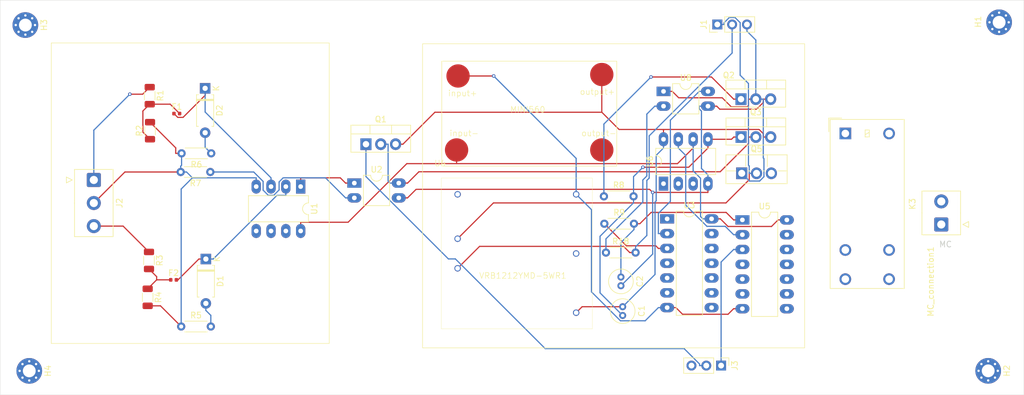
<source format=kicad_pcb>
(kicad_pcb (version 20240108) (generator "pcbnew") (generator_version "8.0")
  (layers (0 "F.Cu" signal) (31 "B.Cu" signal) (34 "B.Paste" user) (35 "F.Paste" user) (36 "B.SilkS" user "B.Silkscreen") (37 "F.SilkS" user "F.Silkscreen") (38 "B.Mask" user) (39 "F.Mask" user) (44 "Edge.Cuts" user))
  (net 0 "")
  (net 1 "Net-(Q3-D)")
  (net 2 "12V")
  (net 3 "Net-(C2-Pad1)")
  (net 4 "Earth")
  (net 5 "Net-(D1-K)")
  (net 6 "Net-(D1-A)")
  (net 7 "Net-(D2-A)")
  (net 8 "Net-(D2-K)")
  (net 9 "Net-(F1-Pad2)")
  (net 10 "Net-(F2-Pad1)")
  (net 11 "12V_GLV")
  (net 12 "LV_GND2")
  (net 13 "PR(TSMS)")
  (net 14 "TS+")
  (net 15 "TS-")
  (net 16 "MC+")
  (net 17 "PreCharge_AUX")
  (net 18 "AIR+")
  (net 19 "SafeState")
  (net 20 "PRECHARGE_RESISTOR")
  (net 21 "Net-(K3-+)")
  (net 22 "MC+_CONNECT")
  (net 23 "AIR{slash}5s")
  (net 24 "Net-(Q2-D)")
  (net 25 "Net-(U2-K)")
  (net 26 "Net-(R9-Pad1)")
  (net 27 "Net-(U8-K)")
  (net 29 "Net-(U2-A)")
  (net 30 "5V")
  (net 39 "GNDREF")
  (net 43 "PR(TSMS)_ISOLATED")
  (net 53 "Net-(U5-Pad2)")
  (footprint "Resistor_THT:R_Axial_DIN0204_L3.6mm_D1.6mm_P5.08mm_Horizontal" (layer "F.Cu") (at 158.975 101.45)
    (property "Reference" "R9" (at 2.54 -1.92 0) (layer "F.SilkS"))
    (property "Value" "18k")
    (pad "1" thru_hole circle (at 0 0) (size 1.4 1.4) (drill 0.7) (layers "*.Cu" "*.Mask") (net 26 "Net-(R9-Pad1)"))
    (pad "2" thru_hole oval (at 5.08 0) (size 1.4 1.4) (drill 0.7) (layers "*.Cu" "*.Mask") (net 3 "Net-(C2-Pad1)"))
  )
  (footprint "Package_TO_SOT_THT:TO-220-3_Vertical" (layer "F.Cu") (at 182.4 80.07)
    (property "Reference" "Q2" (at -2.095 -4.095 0) (layer "F.SilkS"))
    (property "Value" "NMOS")
    (pad "1" thru_hole rect (at 0 0) (size 1.905 2) (drill 1.1) (layers "*.Cu" "*.Mask") (net 24 "Net-(Q2-D)"))
    (pad "2" thru_hole oval (at 2.54 0) (size 1.905 2) (drill 1.1) (layers "*.Cu" "*.Mask") (net 13 "PR(TSMS)"))
    (pad "3" thru_hole oval (at 5.08 0) (size 1.905 2) (drill 1.1) (layers "*.Cu" "*.Mask") (net 4 "Earth"))
  )
  (footprint "Diode_THT:D_A-405_P7.62mm_Horizontal" (layer "F.Cu") (at 90.665 107.51 -90)
    (property "Reference" "D1" (at 3.81 -2.47 90) (layer "F.SilkS"))
    (property "Value" "PTVS12VZ1USK")
    (fp_text user "K" (at 0 -1.9 90) (layer "F.SilkS"))
    (pad "1" thru_hole rect (at 0 0 270) (size 1.8 1.8) (drill 0.9) (layers "*.Cu" "*.Mask") (net 5 "Net-(D1-K)"))
    (pad "2" thru_hole oval (at 7.62 0 270) (size 1.8 1.8) (drill 0.9) (layers "*.Cu" "*.Mask") (net 6 "Net-(D1-A)"))
  )
  (footprint "Resistor_THT:R_Axial_DIN0204_L3.6mm_D1.6mm_P5.08mm_Horizontal" (layer "F.Cu") (at 86.435 119.095)
    (property "Reference" "R5" (at 2.54 -1.92 0) (layer "F.SilkS"))
    (property "Value" "R_US")
    (pad "1" thru_hole circle (at 0 0) (size 1.4 1.4) (drill 0.7) (layers "*.Cu" "*.Mask") (net 15 "TS-"))
    (pad "2" thru_hole oval (at 5.08 0) (size 1.4 1.4) (drill 0.7) (layers "*.Cu" "*.Mask") (net 6 "Net-(D1-A)"))
  )
  (footprint "12v-12v isolator:VRB1212YMD-5WR3" (layer "F.Cu") (at 131.0275 119.5165)
    (property "Reference" "VRB1212YMD-5WR1" (at 13.97 -9.144 0) (layer "F.SilkS") (effects (font (thickness 0.1))))
    (property "Value" "~")
    (pad "1" thru_hole circle (at 2.794 -15.494) (size 1.1 1.1) (drill 0.762) (layers "*.Cu" "F.Mask") (net 11 "12V_GLV"))
    (pad "2" thru_hole circle (at 2.794 -10.414) (size 1.1 1.1) (drill 0.762) (layers "*.Cu" "F.Mask") (net 12 "LV_GND2"))
    (pad "3" thru_hole circle (at 23.114 -2.794) (size 1.1 1.1) (drill 0.762) (layers "*.Cu" "F.Mask") (net 2 "12V"))
    (pad "4" thru_hole circle (at 23.11 -12.95) (size 1.1 1.1) (drill 0.762) (layers "*.Cu" "F.Mask"))
    (pad "5" thru_hole circle (at 23.114 -23.114) (size 1.1 1.1) (drill 0.762) (layers "*.Cu" "F.Mask") (net 39 "GNDREF"))
    (pad "6" thru_hole circle (at 2.794 -23.114) (size 1.1 1.1) (drill 0.762) (layers "*.Cu" "F.Mask"))
  )
  (footprint "Package_DIP:DIP-4_W7.62mm_LongPads" (layer "F.Cu") (at 116.115 94.475)
    (property "Reference" "U2" (at 3.81 -2.33 0) (layer "F.SilkS"))
    (property "Value" "NSL-32")
    (pad "1" thru_hole rect (at 0 0) (size 2.4 1.6) (drill 0.8) (layers "*.Cu" "*.Mask") (net 29 "Net-(U2-A)"))
    (pad "2" thru_hole oval (at 0 2.54) (size 2.4 1.6) (drill 0.8) (layers "*.Cu" "*.Mask") (net 25 "Net-(U2-K)"))
    (pad "3" thru_hole oval (at 7.62 2.54) (size 2.4 1.6) (drill 0.8) (layers "*.Cu" "*.Mask") (net 4 "Earth"))
    (pad "4" thru_hole oval (at 7.62 0) (size 2.4 1.6) (drill 0.8) (layers "*.Cu" "*.Mask") (net 23 "AIR{slash}5s"))
  )
  (footprint "Package_DIP:DIP-8_W7.62mm_LongPads" (layer "F.Cu") (at 106.915 95.075 -90)
    (property "Reference" "U1" (at 3.81 -2.33 90) (layer "F.SilkS"))
    (property "Value" "LM358")
    (pad "1" thru_hole rect (at 0 0 270) (size 2.4 1.6) (drill 0.8) (layers "*.Cu" "*.Mask") (net 29 "Net-(U2-A)"))
    (pad "2" thru_hole oval (at 0 2.54 270) (size 2.4 1.6) (drill 0.8) (layers "*.Cu" "*.Mask") (net 5 "Net-(D1-K)"))
    (pad "3" thru_hole oval (at 0 5.08 270) (size 2.4 1.6) (drill 0.8) (layers "*.Cu" "*.Mask") (net 8 "Net-(D2-K)"))
    (pad "4" thru_hole oval (at 0 7.62 270) (size 2.4 1.6) (drill 0.8) (layers "*.Cu" "*.Mask") (net 15 "TS-"))
    (pad "5" thru_hole oval (at 7.62 7.62 270) (size 2.4 1.6) (drill 0.8) (layers "*.Cu" "*.Mask"))
    (pad "6" thru_hole oval (at 7.62 5.08 270) (size 2.4 1.6) (drill 0.8) (layers "*.Cu" "*.Mask"))
    (pad "7" thru_hole oval (at 7.62 2.54 270) (size 2.4 1.6) (drill 0.8) (layers "*.Cu" "*.Mask"))
    (pad "8" thru_hole oval (at 7.62 0 270) (size 2.4 1.6) (drill 0.8) (layers "*.Cu" "*.Mask") (net 30 "5V"))
  )
  (footprint "MountingHole:MountingHole_2.2mm_M2_Pad_Via" (layer "F.Cu") (at 224.775 126.7 -90)
    (property "Reference" "H2" (at 0 -3.2 90) (layer "F.SilkS"))
    (property "Value" "MountingHole")
    (pad "1" thru_hole circle (at -1.65 0 270) (size 0.7 0.7) (drill 0.4) (layers "*.Cu" "*.Mask"))
    (pad "1" thru_hole circle (at -1.166726 -1.166726 270) (size 0.7 0.7) (drill 0.4) (layers "*.Cu" "*.Mask"))
    (pad "1" thru_hole circle (at -1.166726 1.166726 270) (size 0.7 0.7) (drill 0.4) (layers "*.Cu" "*.Mask"))
    (pad "1" thru_hole circle (at 0 -1.65 270) (size 0.7 0.7) (drill 0.4) (layers "*.Cu" "*.Mask"))
    (pad "1" thru_hole circle (at 0 0 270) (size 4.4 4.4) (drill 2.2) (layers "*.Cu" "*.Mask"))
    (pad "1" thru_hole circle (at 0 1.65 270) (size 0.7 0.7) (drill 0.4) (layers "*.Cu" "*.Mask"))
    (pad "1" thru_hole circle (at 1.166726 -1.166726 270) (size 0.7 0.7) (drill 0.4) (layers "*.Cu" "*.Mask"))
    (pad "1" thru_hole circle (at 1.166726 1.166726 270) (size 0.7 0.7) (drill 0.4) (layers "*.Cu" "*.Mask"))
    (pad "1" thru_hole circle (at 1.65 0 270) (size 0.7 0.7) (drill 0.4) (layers "*.Cu" "*.Mask"))
  )
  (footprint "Resistor_THT:R_Axial_DIN0204_L3.6mm_D1.6mm_P5.08mm_Horizontal" (layer "F.Cu") (at 159.25 106.4)
    (property "Reference" "R18" (at 2.54 -1.92 0) (layer "F.SilkS"))
    (property "Value" "330")
    (pad "1" thru_hole circle (at 0 0) (size 1.4 1.4) (drill 0.7) (layers "*.Cu" "*.Mask") (net 27 "Net-(U8-K)"))
    (pad "2" thru_hole oval (at 5.08 0) (size 1.4 1.4) (drill 0.7) (layers "*.Cu" "*.Mask") (net 12 "LV_GND2"))
  )
  (footprint "Package_TO_SOT_THT:TO-220-3_Vertical" (layer "F.Cu") (at 118.11 87.8)
    (property "Reference" "Q1" (at 2.54 -4.27 0) (layer "F.SilkS"))
    (property "Value" "PMOS")
    (pad "1" thru_hole rect (at 0 0) (size 1.905 2) (drill 1.1) (layers "*.Cu" "*.Mask") (net 18 "AIR+"))
    (pad "2" thru_hole oval (at 2.54 0) (size 1.905 2) (drill 1.1) (layers "*.Cu" "*.Mask") (net 23 "AIR{slash}5s"))
    (pad "3" thru_hole oval (at 5.08 0) (size 1.905 2) (drill 1.1) (layers "*.Cu" "*.Mask") (net 2 "12V"))
  )
  (footprint "Connector_PinHeader_2.54mm:PinHeader_1x03_P2.54mm_Vertical" (layer "F.Cu") (at 178.34 67.25 90)
    (property "Reference" "J1" (at 0 -2.33 -90) (layer "F.SilkS"))
    (property "Value" "LV_INPUT_CONNECTIONS")
    (pad "1" thru_hole rect (at 0 0 90) (size 1.7 1.7) (drill 1) (layers "*.Cu" "*.Mask") (net 11 "12V_GLV"))
    (pad "2" thru_hole oval (at 0 2.54 90) (size 1.7 1.7) (drill 1) (layers "*.Cu" "*.Mask") (net 12 "LV_GND2"))
    (pad "3" thru_hole oval (at 0 5.08 90) (size 1.7 1.7) (drill 1) (layers "*.Cu" "*.Mask") (net 13 "PR(TSMS)"))
  )
  (footprint "MountingHole:MountingHole_2.2mm_M2_Pad_Via" (layer "F.Cu") (at 59.725 67.35 -90)
    (property "Reference" "H3" (at 0 -3.2 90) (layer "F.SilkS"))
    (property "Value" "MountingHole")
    (pad "1" thru_hole circle (at -1.65 0 270) (size 0.7 0.7) (drill 0.4) (layers "*.Cu" "*.Mask"))
    (pad "1" thru_hole circle (at -1.166726 -1.166726 270) (size 0.7 0.7) (drill 0.4) (layers "*.Cu" "*.Mask"))
    (pad "1" thru_hole circle (at -1.166726 1.166726 270) (size 0.7 0.7) (drill 0.4) (layers "*.Cu" "*.Mask"))
    (pad "1" thru_hole circle (at 0 -1.65 270) (size 0.7 0.7) (drill 0.4) (layers "*.Cu" "*.Mask"))
    (pad "1" thru_hole circle (at 0 0 270) (size 4.4 4.4) (drill 2.2) (layers "*.Cu" "*.Mask"))
    (pad "1" thru_hole circle (at 0 1.65 270) (size 0.7 0.7) (drill 0.4) (layers "*.Cu" "*.Mask"))
    (pad "1" thru_hole circle (at 1.166726 -1.166726 270) (size 0.7 0.7) (drill 0.4) (layers "*.Cu" "*.Mask"))
    (pad "1" thru_hole circle (at 1.166726 1.166726 270) (size 0.7 0.7) (drill 0.4) (layers "*.Cu" "*.Mask"))
    (pad "1" thru_hole circle (at 1.65 0 270) (size 0.7 0.7) (drill 0.4) (layers "*.Cu" "*.Mask"))
  )
  (footprint "Capacitor_THT:C_Radial_D4.0mm_H7.0mm_P1.50mm" (layer "F.Cu") (at 161.815 110.6 -90)
    (property "Reference" "C2" (at 0.75 -3.25 90) (layer "F.SilkS"))
    (property "Value" "47u")
    (pad "1" thru_hole circle (at 0 0 270) (size 1.2 1.2) (drill 0.6) (layers "*.Cu" "*.Mask") (net 3 "Net-(C2-Pad1)"))
    (pad "2" thru_hole circle (at 1.5 0 270) (size 1.2 1.2) (drill 0.6) (layers "*.Cu" "*.Mask") (net 4 "Earth"))
  )
  (footprint "Package_DIP:DIP-14_W7.62mm_LongPads" (layer "F.Cu") (at 169.74 100.61)
    (property "Reference" "U3" (at 3.81 -2.33 0) (layer "F.SilkS"))
    (property "Value" "4077")
    (pad "1" thru_hole rect (at 0 0) (size 2.4 1.6) (drill 0.8) (layers "*.Cu" "*.Mask") (net 17 "PreCharge_AUX"))
    (pad "2" thru_hole oval (at 0 2.54) (size 2.4 1.6) (drill 0.8) (layers "*.Cu" "*.Mask") (net 43 "PR(TSMS)_ISOLATED"))
    (pad "3" thru_hole oval (at 0 5.08) (size 2.4 1.6) (drill 0.8) (layers "*.Cu" "*.Mask") (net 26 "Net-(R9-Pad1)"))
    (pad "4" thru_hole oval (at 0 7.62) (size 2.4 1.6) (drill 0.8) (layers "*.Cu" "*.Mask"))
    (pad "5" thru_hole oval (at 0 10.16) (size 2.4 1.6) (drill 0.8) (layers "*.Cu" "*.Mask"))
    (pad "6" thru_hole oval (at 0 12.7) (size 2.4 1.6) (drill 0.8) (layers "*.Cu" "*.Mask"))
    (pad "7" thru_hole oval (at 0 15.24) (size 2.4 1.6) (drill 0.8) (layers "*.Cu" "*.Mask") (net 39 "GNDREF"))
    (pad "8" thru_hole oval (at 7.62 15.24) (size 2.4 1.6) (drill 0.8) (layers "*.Cu" "*.Mask"))
    (pad "9" thru_hole oval (at 7.62 12.7) (size 2.4 1.6) (drill 0.8) (layers "*.Cu" "*.Mask"))
    (pad "10" thru_hole oval (at 7.62 10.16) (size 2.4 1.6) (drill 0.8) (layers "*.Cu" "*.Mask"))
    (pad "11" thru_hole oval (at 7.62 7.62) (size 2.4 1.6) (drill 0.8) (layers "*.Cu" "*.Mask"))
    (pad "12" thru_hole oval (at 7.62 5.08) (size 2.4 1.6) (drill 0.8) (layers "*.Cu" "*.Mask"))
    (pad "13" thru_hole oval (at 7.62 2.54) (size 2.4 1.6) (drill 0.8) (layers "*.Cu" "*.Mask"))
    (pad "14" thru_hole oval (at 7.62 0) (size 2.4 1.6) (drill 0.8) (layers "*.Cu" "*.Mask") (net 30 "5V"))
  )
  (footprint "buck:mini560" (layer "F.Cu") (at 146.09 82.695)
    (property "Reference" "U4" (at -15.254 8.39 0) (layer "F.SilkS") (effects (font (thickness 0.1))))
    (property "Value" "AMS1117-5.0")
    (fp_text user "output-" (at 8.89 3.81 0) (layer "F.SilkS") (effects (font (thickness 0.1)) (justify left bottom)))
    (fp_text user "MINI560" (at -3.316 -0.254 0) (layer "F.SilkS") (effects (font (thickness 0.1)) (justify left bottom)))
    (fp_text user "input-" (at -13.716 3.81 0) (layer "F.SilkS") (effects (font (thickness 0.1)) (justify left bottom)))
    (fp_text user "output+" (at 8.636 -3.302 0) (layer "F.SilkS") (effects (font (thickness 0.1)) (justify left bottom)))
    (fp_text user "input+" (at -13.97 -3.048 0) (layer "F.SilkS") (effects (font (thickness 0.1)) (justify left bottom)))
    (pad "1" smd circle (at -12.192 -6.604) (size 4 4) (layers "F.Cu" "F.Paste" "F.Mask") (net 39 "GNDREF"))
    (pad "2" smd circle (at -12.446 6.096) (size 4 4) (layers "F.Cu" "F.Paste" "F.Mask") (net 30 "5V"))
    (pad "3" smd circle (at 12.446 -6.858) (size 4 4) (layers "F.Cu" "F.Paste" "F.Mask") (net 2 "12V"))
    (pad "4" smd circle (at 12.446 6.096) (size 4 4) (layers "F.Cu" "F.Paste" "F.Mask"))
  )
  (footprint "MountingHole:MountingHole_2.2mm_M2_Pad_Via" (layer "F.Cu") (at 60.3917 126.7083 -90)
    (property "Reference" "H4" (at 0 -3.2 90) (layer "F.SilkS"))
    (property "Value" "MountingHole")
    (pad "1" thru_hole circle (at -1.65 0 270) (size 0.7 0.7) (drill 0.4) (layers "*.Cu" "*.Mask"))
    (pad "1" thru_hole circle (at -1.166726 -1.166726 270) (size 0.7 0.7) (drill 0.4) (layers "*.Cu" "*.Mask"))
    (pad "1" thru_hole circle (at -1.166726 1.166726 270) (size 0.7 0.7) (drill 0.4) (layers "*.Cu" "*.Mask"))
    (pad "1" thru_hole circle (at 0 -1.65 270) (size 0.7 0.7) (drill 0.4) (layers "*.Cu" "*.Mask"))
    (pad "1" thru_hole circle (at 0 0 270) (size 4.4 4.4) (drill 2.2) (layers "*.Cu" "*.Mask"))
    (pad "1" thru_hole circle (at 0 1.65 270) (size 0.7 0.7) (drill 0.4) (layers "*.Cu" "*.Mask"))
    (pad "1" thru_hole circle (at 1.166726 -1.166726 270) (size 0.7 0.7) (drill 0.4) (layers "*.Cu" "*.Mask"))
    (pad "1" thru_hole circle (at 1.166726 1.166726 270) (size 0.7 0.7) (drill 0.4) (layers "*.Cu" "*.Mask"))
    (pad "1" thru_hole circle (at 1.65 0 270) (size 0.7 0.7) (drill 0.4) (layers "*.Cu" "*.Mask"))
  )
  (footprint "Resistor_SMD:R_1206_3216Metric" (layer "F.Cu") (at 81.04 79.47 -90)
    (property "Reference" "R1" (at 0 -1.82 90) (layer "F.SilkS"))
    (property "Value" "36M")
    (pad "1" smd roundrect (at -1.4625 0 270) (size 1.125 1.75) (layers "F.Cu" "F.Paste" "F.Mask") (roundrect_rratio 0.222222) (net 14 "TS+"))
    (pad "2" smd roundrect (at 1.4625 0 270) (size 1.125 1.75) (layers "F.Cu" "F.Paste" "F.Mask") (roundrect_rratio 0.222222) (net 9 "Net-(F1-Pad2)"))
  )
  (footprint "Resistor_THT:R_Axial_DIN0204_L3.6mm_D1.6mm_P5.08mm_Horizontal" (layer "F.Cu") (at 91.58 89.37 180)
    (property "Reference" "R6" (at 2.54 -1.92 180) (layer "F.SilkS"))
    (property "Value" "R_US")
    (pad "1" thru_hole circle (at 0 0 180) (size 1.4 1.4) (drill 0.7) (layers "*.Cu" "*.Mask") (net 7 "Net-(D2-A)"))
    (pad "2" thru_hole oval (at 5.08 0 180) (size 1.4 1.4) (drill 0.7) (layers "*.Cu" "*.Mask") (net 15 "TS-"))
  )
  (footprint "Package_DIP:DIP-8_W7.62mm_LongPads" (layer "F.Cu") (at 169.115 94.575 90)
    (property "Reference" "U6" (at 3.81 -2.33 -90) (layer "F.SilkS"))
    (property "Value" "LM358")
    (pad "1" thru_hole rect (at 0 0 90) (size 2.4 1.6) (drill 0.8) (layers "*.Cu" "*.Mask"))
    (pad "2" thru_hole oval (at 0 2.54 90) (size 2.4 1.6) (drill 0.8) (layers "*.Cu" "*.Mask"))
    (pad "3" thru_hole oval (at 0 5.08 90) (size 2.4 1.6) (drill 0.8) (layers "*.Cu" "*.Mask"))
    (pad "4" thru_hole oval (at 0 7.62 90) (size 2.4 1.6) (drill 0.8) (layers "*.Cu" "*.Mask") (net 4 "Earth"))
    (pad "5" thru_hole oval (at 7.62 7.62 90) (size 2.4 1.6) (drill 0.8) (layers "*.Cu" "*.Mask") (net 1 "Net-(Q3-D)"))
    (pad "6" thru_hole oval (at 7.62 5.08 90) (size 2.4 1.6) (drill 0.8) (layers "*.Cu" "*.Mask") (net 30 "5V"))
    (pad "7" thru_hole oval (at 7.62 2.54 90) (size 2.4 1.6) (drill 0.8) (layers "*.Cu" "*.Mask") (net 53 "Net-(U5-Pad2)"))
    (pad "8" thru_hole oval (at 7.62 0 90) (size 2.4 1.6) (drill 0.8) (layers "*.Cu" "*.Mask") (net 2 "12V"))
  )
  (footprint "Resistor_THT:R_Axial_DIN0204_L3.6mm_D1.6mm_P5.08mm_Horizontal" (layer "F.Cu") (at 158.9 96.75)
    (property "Reference" "R8" (at 2.54 -1.92 0) (layer "F.SilkS"))
    (property "Value" "560K")
    (pad "1" thru_hole circle (at 0 0) (size 1.4 1.4) (drill 0.7) (layers "*.Cu" "*.Mask") (net 24 "Net-(Q2-D)"))
    (pad "2" thru_hole oval (at 5.08 0) (size 1.4 1.4) (drill 0.7) (layers "*.Cu" "*.Mask") (net 1 "Net-(Q3-D)"))
  )
  (footprint "Capacitor_THT:C_Radial_D4.0mm_H7.0mm_P1.50mm" (layer "F.Cu") (at 162.115 115.7 -90)
    (property "Reference" "C1" (at 0.75 -3.25 90) (layer "F.SilkS"))
    (property "Value" "10u")
    (pad "1" thru_hole circle (at 0 0 270) (size 1.2 1.2) (drill 0.6) (layers "*.Cu" "*.Mask") (net 2 "12V"))
    (pad "2" thru_hole circle (at 1.5 0 270) (size 1.2 1.2) (drill 0.6) (layers "*.Cu" "*.Mask") (net 1 "Net-(Q3-D)"))
  )
  (footprint "Package_TO_SOT_THT:TO-220F-3_Vertical" (layer "F.Cu") (at 182.525 92.795)
    (property "Reference" "Q5" (at 2.54 -4.1675 0) (layer "F.SilkS"))
    (property "Value" "IRLIZ44N")
    (pad "1" thru_hole rect (at 0 0) (size 1.905 2) (drill 1.2) (layers "*.Cu" "*.Mask") (net 13 "PR(TSMS)"))
    (pad "2" thru_hole oval (at 2.54 0) (size 1.905 2) (drill 1.2) (layers "*.Cu" "*.Mask") (net 11 "12V_GLV"))
    (pad "3" thru_hole oval (at 5.08 0) (size 1.905 2) (drill 1.2) (layers "*.Cu" "*.Mask") (net 21 "Net-(K3-+)"))
  )
  (footprint "Connector_TE-Connectivity:TE_826576-3_1x03_P3.96mm_Vertical" (layer "F.Cu") (at 71.4575 93.94 -90)
    (property "Reference" "J2" (at 3.96 -4.4 90) (layer "F.SilkS"))
    (property "Value" "HV_INPUT_CONNECTIONS")
    (pad "1" thru_hole roundrect (at 0 0 270) (size 2.4 2.4) (drill 1.4) (layers "*.Cu" "*.Mask") (roundrect_rratio 0.104167) (net 14 "TS+"))
    (pad "2" thru_hole circle (at 3.96 0 270) (size 2.4 2.4) (drill 1.4) (layers "*.Cu" "*.Mask") (net 15 "TS-"))
    (pad "3" thru_hole circle (at 7.92 0 270) (size 2.4 2.4) (drill 1.4) (layers "*.Cu" "*.Mask") (net 16 "MC+"))
  )
  (footprint "Resistor_SMD:R_1206_3216Metric" (layer "F.Cu") (at 80.69 114.0825 -90)
    (property "Reference" "R4" (at 0 -1.82 90) (layer "F.SilkS"))
    (property "Value" "220k")
    (pad "1" smd roundrect (at -1.4625 0 270) (size 1.125 1.75) (layers "F.Cu" "F.Paste" "F.Mask") (roundrect_rratio 0.222222) (net 10 "Net-(F2-Pad1)"))
    (pad "2" smd roundrect (at 1.4625 0 270) (size 1.125 1.75) (layers "F.Cu" "F.Paste" "F.Mask") (roundrect_rratio 0.222222) (net 15 "TS-"))
  )
  (footprint "Relay_THT:Relay_DPST_Omron_G2RL-2A" (layer "F.Cu") (at 200.2875 85.9625)
    (property "Reference" "K3" (at 11.5 12.1 90) (layer "F.SilkS"))
    (property "Value" "G7L-2A-X DC24")
    (pad "13" thru_hole circle (at 0 20) (size 2 2) (drill 1.3) (layers "*.Cu" "*.Mask"))
    (pad "14" thru_hole circle (at 0 25) (size 2 2) (drill 1.3) (layers "*.Cu" "*.Mask"))
    (pad "23" thru_hole circle (at 7.5 20) (size 2 2) (drill 1.3) (layers "*.Cu" "*.Mask"))
    (pad "24" thru_hole circle (at 7.5 25) (size 2 2) (drill 1.3) (layers "*.Cu" "*.Mask"))
    (pad "A1" thru_hole rect (at 0 0) (size 2 2) (drill 1.3) (layers "*.Cu" "*.Mask"))
    (pad "A2" thru_hole circle (at 7.5 0) (size 2 2) (drill 1.3) (layers "*.Cu" "*.Mask"))
  )
  (footprint "Package_TO_SOT_THT:TO-220-3_Vertical" (layer "F.Cu") (at 182.41 86.575)
    (property "Reference" "Q3" (at 2.54 -4.27 0) (layer "F.SilkS"))
    (property "Value" "PMOS")
    (pad "1" thru_hole rect (at 0 0) (size 1.905 2) (drill 1.1) (layers "*.Cu" "*.Mask") (net 1 "Net-(Q3-D)"))
    (pad "2" thru_hole oval (at 2.54 0) (size 1.905 2) (drill 1.1) (layers "*.Cu" "*.Mask") (net 23 "AIR{slash}5s"))
    (pad "3" thru_hole oval (at 5.08 0) (size 1.905 2) (drill 1.1) (layers "*.Cu" "*.Mask") (net 2 "12V"))
  )
  (footprint "Connector_TE-Connectivity:TE_826576-2_1x02_P3.96mm_Vertical" (layer "F.Cu") (at 216.7325 101.58 90)
    (property "Reference" "MC_connection1" (at -9.795 -1.8075 -90) (layer "F.SilkS"))
    (property "Value" "Conn_01x02")
    (pad "1" thru_hole roundrect (at 0 0 90) (size 2.4 2.4) (drill 1.4) (layers "*.Cu" "*.Mask") (roundrect_rratio 0.104167) (net 22 "MC+_CONNECT"))
    (pad "2" thru_hole circle (at 3.96 0 90) (size 2.4 2.4) (drill 1.4) (layers "*.Cu" "*.Mask") (net 20 "PRECHARGE_RESISTOR"))
  )
  (footprint "Connector_PinHeader_2.54mm:PinHeader_1x03_P2.54mm_Vertical" (layer "F.Cu") (at 178.99 125.8 -90)
    (property "Reference" "J3" (at 0 -2.33 90) (layer "F.SilkS"))
    (property "Value" "OUTPUTS")
    (pad "1" thru_hole rect (at 0 0 270) (size 1.7 1.7) (drill 1) (layers "*.Cu" "*.Mask") (net 19 "SafeState"))
    (pad "2" thru_hole oval (at 0 2.54 270) (size 1.7 1.7) (drill 1) (layers "*.Cu" "*.Mask") (net 18 "AIR+"))
    (pad "3" thru_hole oval (at 0 5.08 270) (size 1.7 1.7) (drill 1) (layers "*.Cu" "*.Mask") (net 17 "PreCharge_AUX"))
  )
  (footprint "Resistor_SMD:R_1206_3216Metric" (layer "F.Cu") (at 81.09 85.4825 90)
    (property "Reference" "R2" (at 0 -1.82 -90) (layer "F.SilkS"))
    (property "Value" "200k")
    (pad "1" smd roundrect (at -1.4625 0 90) (size 1.125 1.75) (layers "F.Cu" "F.Paste" "F.Mask") (roundrect_rratio 0.222222) (net 9 "Net-(F1-Pad2)"))
    (pad "2" smd roundrect (at 1.4625 0 90) (size 1.125 1.75) (layers "F.Cu" "F.Paste" "F.Mask") (roundrect_rratio 0.222222) (net 15 "TS-"))
  )
  (footprint "Fuse:Fuse_0402_1005Metric" (layer "F.Cu") (at 85.68 82.545)
    (property "Reference" "F1" (at 0 -1.17 0) (layer "F.SilkS"))
    (property "Value" "Fuse")
    (pad "1" smd roundrect (at -0.485 0) (size 0.59 0.64) (layers "F.Cu" "F.Paste" "F.Mask") (net 8 "Net-(D2-K)"))
    (pad "2" smd roundrect (at 0.485 0) (size 0.59 0.64) (layers "F.Cu" "F.Paste" "F.Mask") (net 9 "Net-(F1-Pad2)"))
  )
  (footprint "Package_DIP:DIP-4_W7.62mm_LongPads" (layer "F.Cu") (at 169.12 78.735)
    (property "Reference" "U8" (at 3.81 -2.33 0) (layer "F.SilkS"))
    (property "Value" "NSL-32")
    (pad "1" thru_hole rect (at 0 0) (size 2.4 1.6) (drill 0.8) (layers "*.Cu" "*.Mask") (net 13 "PR(TSMS)"))
    (pad "2" thru_hole oval (at 0 2.54) (size 2.4 1.6) (drill 0.8) (layers "*.Cu" "*.Mask") (net 27 "Net-(U8-K)"))
    (pad "3" thru_hole oval (at 7.62 2.54) (size 2.4 1.6) (drill 0.8) (layers "*.Cu" "*.Mask") (net 4 "Earth"))
    (pad "4" thru_hole oval (at 7.62 0) (size 2.4 1.6) (drill 0.8) (layers "*.Cu" "*.Mask") (net 43 "PR(TSMS)_ISOLATED"))
  )
  (footprint "Resistor_THT:R_Axial_DIN0204_L3.6mm_D1.6mm_P5.08mm_Horizontal" (layer "F.Cu") (at 91.43 92.57 180)
    (property "Reference" "R7" (at 2.54 -1.92 180) (layer "F.SilkS"))
    (property "Value" "330")
    (pad "1" thru_hole circle (at 0 0 180) (size 1.4 1.4) (drill 0.7) (layers "*.Cu" "*.Mask") (net 25 "Net-(U2-K)"))
    (pad "2" thru_hole oval (at 5.08 0 180) (size 1.4 1.4) (drill 0.7) (layers "*.Cu" "*.Mask") (net 15 "TS-"))
  )
  (footprint "MountingHole:MountingHole_2.2mm_M2_Pad_Via" (layer "F.Cu") (at 226.65 66.875 -90)
    (property "Reference" "H1" (at -0.075 3.6 90) (layer "F.SilkS"))
    (property "Value" "MountingHole")
    (pad "1" thru_hole circle (at -1.65 0 270) (size 0.7 0.7) (drill 0.4) (layers "*.Cu" "*.Mask"))
    (pad "1" thru_hole circle (at -1.166726 -1.166726 270) (size 0.7 0.7) (drill 0.4) (layers "*.Cu" "*.Mask"))
    (pad "1" thru_hole circle (at -1.166726 1.166726 270) (size 0.7 0.7) (drill 0.4) (layers "*.Cu" "*.Mask"))
    (pad "1" thru_hole circle (at 0 -1.65 270) (size 0.7 0.7) (drill 0.4) (layers "*.Cu" "*.Mask"))
    (pad "1" thru_hole circle (at 0 0 270) (size 4.4 4.4) (drill 2.2) (layers "*.Cu" "*.Mask"))
    (pad "1" thru_hole circle (at 0 1.65 270) (size 0.7 0.7) (drill 0.4) (layers "*.Cu" "*.Mask"))
    (pad "1" thru_hole circle (at 1.166726 -1.166726 270) (size 0.7 0.7) (drill 0.4) (layers "*.Cu" "*.Mask"))
    (pad "1" thru_hole circle (at 1.166726 1.166726 270) (size 0.7 0.7) (drill 0.4) (layers "*.Cu" "*.Mask"))
    (pad "1" thru_hole circle (at 1.65 0 270) (size 0.7 0.7) (drill 0.4) (layers "*.Cu" "*.Mask"))
  )
  (footprint "Fuse:Fuse_0402_1005Metric" (layer "F.Cu") (at 85.125 111.0825)
    (property "Reference" "F2" (at 0 -1.17 0) (layer "F.SilkS"))
    (property "Value" "Fuse")
    (pad "1" smd roundrect (at -0.485 0) (size 0.59 0.64) (layers "F.Cu" "F.Paste" "F.Mask") (net 10 "Net-(F2-Pad1)"))
    (pad "2" smd roundrect (at 0.485 0) (size 0.59 0.64) (layers "F.Cu" "F.Paste" "F.Mask") (net 5 "Net-(D1-K)"))
  )
  (footprint "Diode_THT:D_A-405_P7.62mm_Horizontal" (layer "F.Cu") (at 90.54 78.21 -90)
    (property "Reference" "D2" (at 3.81 -2.47 90) (layer "F.SilkS"))
    (property "Value" "PTVS12VZ1USK")
    (fp_text user "K" (at 0 -1.9 90) (layer "F.SilkS"))
    (pad "1" thru_hole rect (at 0 0 270) (size 1.8 1.8) (drill 0.9) (layers "*.Cu" "*.Mask") (net 8 "Net-(D2-K)"))
    (pad "2" thru_hole oval (at 7.62 0 270) (size 1.8 1.8) (drill 0.9) (layers "*.Cu" "*.Mask") (net 7 "Net-(D2-A)"))
  )
  (footprint "Resistor_SMD:R_1206_3216Metric" (layer "F.Cu") (at 80.915 107.7575 -90)
    (property "Reference" "R3" (at 0 -1.82 90) (layer "F.SilkS"))
    (property "Value" "39M")
    (pad "1" smd roundrect (at -1.4625 0 270) (size 1.125 1.75) (layers "F.Cu" "F.Paste" "F.Mask") (roundrect_rratio 0.222222) (net 16 "MC+"))
    (pad "2" smd roundrect (at 1.4625 0 270) (size 1.125 1.75) (layers "F.Cu" "F.Paste" "F.Mask") (roundrect_rratio 0.222222) (net 10 "Net-(F2-Pad1)"))
  )
  (footprint "Package_DIP:DIP-14_W7.62mm_LongPads" (layer "F.Cu") (at 182.64 100.795)
    (property "Reference" "U5" (at 3.81 -2.33 0) (layer "F.SilkS"))
    (property "Value" "74LS08")
    (pad "1" thru_hole rect (at 0 0) (size 2.4 1.6) (drill 0.8) (layers "*.Cu" "*.Mask") (net 3 "Net-(C2-Pad1)"))
    (pad "2" thru_hole oval (at 0 2.54) (size 2.4 1.6) (drill 0.8) (layers "*.Cu" "*.Mask") (net 53 "Net-(U5-Pad2)"))
    (pad "3" thru_hole oval (at 0 5.08) (size 2.4 1.6) (drill 0.8) (layers "*.Cu" "*.Mask") (net 19 "SafeState"))
    (pad "4" thru_hole oval (at 0 7.62) (size 2.4 1.6) (drill 0.8) (layers "*.Cu" "*.Mask"))
    (pad "5" thru_hole oval (at 0 10.16) (size 2.4 1.6) (drill 0.8) (layers "*.Cu" "*.Mask"))
    (pad "6" thru_hole oval (at 0 12.7) (size 2.4 1.6) (drill 0.8) (layers "*.Cu" "*.Mask"))
    (pad "7" thru_hole oval (at 0 15.24) (size 2.4 1.6) (drill 0.8) (layers "*.Cu" "*.Mask") (net 39 "GNDREF"))
    (pad "8" thru_hole oval (at 7.62 15.24) (size 2.4 1.6) (drill 0.8) (layers "*.Cu" "*.Mask"))
    (pad "9" thru_hole oval (at 7.62 12.7) (size 2.4 1.6) (drill 0.8) (layers "*.Cu" "*.Mask"))
    (pad "10" thru_hole oval (at 7.62 10.16) (size 2.4 1.6) (drill 0.8) (layers "*.Cu" "*.Mask"))
    (pad "11" thru_hole oval (at 7.62 7.62) (size 2.4 1.6) (drill 0.8) (layers "*.Cu" "*.Mask"))
    (pad "12" thru_hole oval (at 7.62 5.08) (size 2.4 1.6) (drill 0.8) (layers "*.Cu" "*.Mask"))
    (pad "13" thru_hole oval (at 7.62 2.54) (size 2.4 1.6) (drill 0.8) (layers "*.Cu" "*.Mask"))
    (pad "14" thru_hole oval (at 7.62 0) (size 2.4 1.6) (drill 0.8) (layers "*.Cu" "*.Mask") (net 30 "5V"))
  )
  (gr_rect (start 127.815 70.56) (end 193.315 122.76) (stroke (width 0.1)) (fill none) (layer "F.SilkS"))
  (gr_rect (start 64.165 70.425) (end 111.815 122) (stroke (width 0.1)) (fill none) (layer "F.SilkS"))
  (gr_rect (start 55.4 63.075) (end 230.9 130.8) (stroke (width 0.05)) (fill none) (layer "Edge.Cuts"))
  (gr_text "MC " (at 216.2925 105.57 0) (layer "Edge.Cuts") (effects (font (size 1 1)) (justify left bottom)))
  (segment (start 176.735 88.4567) (end 173.439 91.7527) (width 0.2) (layer "F.Cu") (net 1))
  (segment (start 176.735 86.955) (end 180.7758 86.955) (width 0.2) (layer "F.Cu") (net 1))
  (segment (start 176.735 86.955) (end 176.735 88.4567) (width 0.2) (layer "F.Cu") (net 1))
  (segment (start 180.7758 86.955) (end 181.1558 86.575) (width 0.2) (layer "F.Cu") (net 1))
  (segment (start 173.439 91.7527) (end 165.593 91.7527) (width 0.2) (layer "F.Cu") (net 1))
  (segment (start 182.41 86.575) (end 181.1558 86.575) (width 0.2) (layer "F.Cu") (net 1))
  (via (at 165.593 91.7527) (size 0.6) (drill 0.3) (layers "F.Cu" "B.Cu") (net 1))
  (segment (start 163.98 97.8617) (end 163.98 96.75) (width 0.2) (layer "B.Cu") (net 1))
  (segment (start 163.98 93.3657) (end 163.98 96.75) (width 0.2) (layer "B.Cu") (net 1))
  (segment (start 158.2353 103.6064) (end 163.98 97.8617) (width 0.2) (layer "B.Cu") (net 1))
  (segment (start 162.115 117.2) (end 158.2353 113.3203) (width 0.2) (layer "B.Cu") (net 1))
  (segment (start 158.2353 113.3203) (end 158.2353 103.6064) (width 0.2) (layer "B.Cu") (net 1))
  (segment (start 165.593 91.7527) (end 163.98 93.3657) (width 0.2) (layer "B.Cu") (net 1))
  (segment (start 129.9302 82.314) (end 124.4442 87.8) (width 0.2) (layer "F.Cu") (net 2))
  (segment (start 186.2358 86.0078) (end 186.2358 86.575) (width 0.2) (layer "F.Cu") (net 2))
  (segment (start 169.115 86.955) (end 169.115 85.4533) (width 0.2) (layer "F.Cu") (net 2))
  (segment (start 161.4931 85.2711) (end 158.536 82.314) (width 0.2) (layer "F.Cu") (net 2))
  (segment (start 158.536 82.314) (end 129.9302 82.314) (width 0.2) (layer "F.Cu") (net 2))
  (segment (start 187.49 86.575) (end 186.2358 86.575) (width 0.2) (layer "F.Cu") (net 2))
  (segment (start 169.115 85.2711) (end 161.4931 85.2711) (width 0.2) (layer "F.Cu") (net 2))
  (segment (start 155.164 115.7) (end 154.1415 116.7225) (width 0.2) (layer "F.Cu") (net 2))
  (segment (start 169.115 85.4533) (end 169.115 85.2711) (width 0.2) (layer "F.Cu") (net 2))
  (segment (start 169.115 85.2711) (end 185.4991 85.2711) (width 0.2) (layer "F.Cu") (net 2))
  (segment (start 158.536 82.314) (end 158.536 75.837) (width 0.2) (layer "F.Cu") (net 2))
  (segment (start 123.19 87.8) (end 124.4442 87.8) (width 0.2) (layer "F.Cu") (net 2))
  (segment (start 185.4991 85.2711) (end 186.2358 86.0078) (width 0.2) (layer "F.Cu") (net 2))
  (segment (start 162.115 115.7) (end 155.164 115.7) (width 0.2) (layer "F.Cu") (net 2))
  (segment (start 162.115 115.7) (end 167.6618 110.1532) (width 0.2) (layer "B.Cu") (net 2))
  (segment (start 167.8618 89.7099) (end 169.115 88.4567) (width 0.2) (layer "B.Cu") (net 2))
  (segment (start 167.6618 97.727) (end 167.8618 97.527) (width 0.2) (layer "B.Cu") (net 2))
  (segment (start 169.115 86.955) (end 169.115 88.4567) (width 0.2) (layer "B.Cu") (net 2))
  (segment (start 167.8618 97.527) (end 167.8618 89.7099) (width 0.2) (layer "B.Cu") (net 2))
  (segment (start 167.6618 110.1532) (end 167.6618 97.727) (width 0.2) (layer "B.Cu") (net 2))
  (segment (start 179.8516 99.5083) (end 181.1383 100.795) (width 0.2) (layer "F.Cu") (net 3))
  (segment (start 164.055 101.45) (end 165.0567 101.45) (width 0.2) (layer "F.Cu") (net 3))
  (segment (start 166.9984 99.5083) (end 179.8516 99.5083) (width 0.2) (layer "F.Cu") (net 3))
  (segment (start 182.64 100.795) (end 181.1383 100.795) (width 0.2) (layer "F.Cu") (net 3))
  (segment (start 165.0567 101.45) (end 166.9984 99.5083) (width 0.2) (layer "F.Cu") (net 3))
  (segment (start 164.055 102.4517) (end 161.815 104.6917) (width 0.2) (layer "B.Cu") (net 3))
  (segment (start 164.055 101.45) (end 164.055 102.4517) (width 0.2) (layer "B.Cu") (net 3))
  (segment (start 161.815 104.6917) (end 161.815 110.6) (width 0.2) (layer "B.Cu") (net 3))
  (segment (start 126.7071 95.5446) (end 166.728 95.5446) (width 0.2) (layer "F.Cu") (net 4))
  (segment (start 187.48 80.07) (end 186.2258 80.07) (width 0.2) (layer "F.Cu") (net 4))
  (segment (start 125.2367 97.015) (end 126.7071 95.5446) (width 0.2) (layer "F.Cu") (net 4))
  (segment (start 176.74 81.275) (end 178.2417 81.275) (width 0.2) (layer "F.Cu") (net 4))
  (segment (start 176.735 94.575) (end 176.735 96.0767) (width 0.2) (layer "F.Cu") (net 4))
  (segment (start 123.735 97.015) (end 125.2367 97.015) (width 0.2) (layer "F.Cu") (net 4))
  (segment (start 186.2258 80.6376) (end 186.2258 80.07) (width 0.2) (layer "F.Cu") (net 4))
  (segment (start 178.2417 81.275) (end 178.7572 81.7905) (width 0.2) (layer "F.Cu") (net 4))
  (segment (start 185.0729 81.7905) (end 186.2258 80.6376) (width 0.2) (layer "F.Cu") (net 4))
  (segment (start 176.735 96.0767) (end 167.2601 96.0767) (width 0.2) (layer "F.Cu") (net 4))
  (segment (start 166.728 95.5446) (end 167.2601 96.0767) (width 0.2) (layer "F.Cu") (net 4))
  (segment (start 178.7572 81.7905) (end 185.0729 81.7905) (width 0.2) (layer "F.Cu") (net 4))
  (via (at 167.2601 96.0767) (size 0.6) (drill 0.3) (layers "F.Cu" "B.Cu") (net 4))
  (segment (start 175.6238 91.9621) (end 175.6238 82.1169) (width 0.2) (layer "B.Cu") (net 4))
  (segment (start 176.74 81.275) (end 175.2383 81.275) (width 0.2) (layer "B.Cu") (net 4))
  (segment (start 175.6238 82.1169) (end 175.2383 81.7314) (width 0.2) (layer "B.Cu") (net 4))
  (segment (start 176.735 93.0733) (end 175.6238 91.9621) (width 0.2) (layer "B.Cu") (net 4))
  (segment (start 175.2383 81.7314) (end 175.2383 81.275) (width 0.2) (layer "B.Cu") (net 4))
  (segment (start 167.2601 106.6549) (end 167.2601 96.0767) (width 0.2) (layer "B.Cu") (net 4))
  (segment (start 176.735 94.575) (end 176.735 93.0733) (width 0.2) (layer "B.Cu") (net 4))
  (segment (start 161.815 112.1) (end 167.2601 106.6549) (width 0.2) (layer "B.Cu") (net 4))
  (segment (start 90.665 107.51) (end 89.4633 107.51) (width 0.2) (layer "F.Cu") (net 5))
  (segment (start 85.8908 111.0825) (end 89.4633 107.51) (width 0.2) (layer "F.Cu") (net 5))
  (segment (start 85.61 111.0825) (end 85.8908 111.0825) (width 0.2) (layer "F.Cu") (net 5))
  (segment (start 90.665 107.51) (end 91.8667 107.51) (width 0.2) (layer "B.Cu") (net 5))
  (segment (start 91.8667 107.51) (end 91.9261 107.51) (width 0.2) (layer "B.Cu") (net 5))
  (segment (start 102.8594 96.5767) (end 104.375 96.5767) (width 0.2) (layer "B.Cu") (net 5))
  (segment (start 91.9261 107.51) (end 102.8594 96.5767) (width 0.2) (layer "B.Cu") (net 5))
  (segment (start 104.375 95.075) (end 104.375 96.5767) (width 0.2) (layer "B.Cu") (net 5))
  (segment (start 90.665 116.3317) (end 91.515 117.1817) (width 0.2) (layer "B.Cu") (net 6))
  (segment (start 90.665 115.13) (end 90.665 116.3317) (width 0.2) (layer "B.Cu") (net 6))
  (segment (start 91.515 117.1817) (end 91.515 119.095) (width 0.2) (layer "B.Cu") (net 6))
  (segment (start 91.58 89.37) (end 90.54 88.33) (width 0.2) (layer "B.Cu") (net 7))
  (segment (start 90.54 88.33) (end 90.54 85.83) (width 0.2) (layer "B.Cu") (net 7))
  (segment (start 90.54 78.21) (end 90.54 79.4117) (width 0.2) (layer "F.Cu") (net 8))
  (segment (start 86.7574 83.1943) (end 90.54 79.4117) (width 0.2) (layer "F.Cu") (net 8))
  (segment (start 85.195 82.545) (end 85.8443 83.1943) (width 0.2) (layer "F.Cu") (net 8))
  (segment (start 85.8443 83.1943) (end 86.7574 83.1943) (width 0.2) (layer "F.Cu") (net 8))
  (segment (start 90.54 82.2783) (end 90.54 78.21) (width 0.2) (layer "B.Cu") (net 8))
  (segment (start 101.835 95.075) (end 101.835 93.5733) (width 0.2) (layer "B.Cu") (net 8))
  (segment (start 101.835 93.5733) (end 90.54 82.2783) (width 0.2) (layer "B.Cu") (net 8))
  (segment (start 84.5525 80.9325) (end 81.04 80.9325) (width 0.2) (layer "F.Cu") (net 9))
  (segment (start 86.165 82.545) (end 84.5525 80.9325) (width 0.2) (layer "F.Cu") (net 9))
  (segment (start 81.09 86.945) (end 79.8698 85.7248) (width 0.2) (layer "F.Cu") (net 9))
  (segment (start 79.8698 85.7248) (end 79.8698 82.1027) (width 0.2) (layer "F.Cu") (net 9))
  (segment (start 79.8698 82.1027) (end 81.04 80.9325) (width 0.2) (layer "F.Cu") (net 9))
  (segment (start 82.2275 110.5325) (end 82.2275 111.0825) (width 0.2) (layer "F.Cu") (net 10))
  (segment (start 82.2275 111.0825) (end 80.69 112.62) (width 0.2) (layer "F.Cu") (net 10))
  (segment (start 80.915 109.22) (end 82.2275 110.5325) (width 0.2) (layer "F.Cu") (net 10))
  (segment (start 84.64 111.0825) (end 82.2275 111.0825) (width 0.2) (layer "F.Cu") (net 10))
  (segment (start 183.8108 93.8924) (end 183.8108 92.795) (width 0.2) (layer "F.Cu") (net 11))
  (segment (start 139.9645 97.8795) (end 179.8237 97.8795) (width 0.2) (layer "F.Cu") (net 11))
  (segment (start 185.065 92.795) (end 183.8108 92.795) (width 0.2) (layer "F.Cu") (net 11))
  (segment (start 133.8215 104.0225) (end 139.9645 97.8795) (width 0.2) (layer "F.Cu") (net 11))
  (segment (start 179.8237 97.8795) (end 183.8108 93.8924) (width 0.2) (layer "F.Cu") (net 11))
  (segment (start 180.3883 66.0655) (end 181.3798 66.0655) (width 0.2) (layer "B.Cu") (net 11))
  (segment (start 182.2585 66.9442) (end 182.2585 75.961) (width 0.2) (layer "B.Cu") (net 11))
  (segment (start 183.6799 77.3824) (end 183.6799 91.4099) (width 0.2) (layer "B.Cu") (net 11))
  (segment (start 179.4917 66.9621) (end 180.3883 66.0655) (width 0.2) (layer "B.Cu") (net 11))
  (segment (start 185.065 92.795) (end 183.8108 92.795) (width 0.2) (layer "B.Cu") (net 11))
  (segment (start 182.2585 75.961) (end 183.6799 77.3824) (width 0.2) (layer "B.Cu") (net 11))
  (segment (start 178.34 67.25) (end 179.4917 67.25) (width 0.2) (layer "B.Cu") (net 11))
  (segment (start 179.4917 67.25) (end 179.4917 66.9621) (width 0.2) (layer "B.Cu") (net 11))
  (segment (start 183.8108 91.5408) (end 183.8108 92.795) (width 0.2) (layer "B.Cu") (net 11))
  (segment (start 183.6799 91.4099) (end 183.8108 91.5408) (width 0.2) (layer "B.Cu") (net 11))
  (segment (start 181.3798 66.0655) (end 182.2585 66.9442) (width 0.2) (layer "B.Cu") (net 11))
  (segment (start 137.5853 105.3387) (end 162.267 105.3387) (width 0.2) (layer "F.Cu") (net 12))
  (segment (start 162.267 105.3387) (end 163.3283 106.4) (width 0.2) (layer "F.Cu") (net 12))
  (segment (start 133.8215 109.1025) (end 137.5853 105.3387) (width 0.2) (layer "F.Cu") (net 12))
  (segment (start 164.33 106.4) (end 163.3283 106.4) (width 0.2) (layer "F.Cu") (net 12))
  (segment (start 166.2582 103.4701) (end 164.33 105.3983) (width 0.2) (layer "B.Cu") (net 12))
  (segment (start 166.6599 86.3707) (end 166.6599 93.621) (width 0.2) (layer "B.Cu") (net 12))
  (segment (start 164.33 106.4) (end 164.33 105.3983) (width 0.2) (layer "B.Cu") (net 12))
  (segment (start 180.88 67.25) (end 180.88 72.1506) (width 0.2) (layer "B.Cu") (net 12))
  (segment (start 166.2582 94.0227) (end 166.2582 103.4701) (width 0.2) (layer "B.Cu") (net 12))
  (segment (start 180.88 72.1506) (end 166.6599 86.3707) (width 0.2) (layer "B.Cu") (net 12))
  (segment (start 166.6599 93.621) (end 166.2582 94.0227) (width 0.2) (layer "B.Cu") (net 12))
  (segment (start 170.6217 78.735) (end 171.7234 79.8367) (width 0.2) (layer "F.Cu") (net 13))
  (segment (start 184.94 80.07) (end 183.6858 80.07) (width 0.2) (layer "F.Cu") (net 13))
  (segment (start 180.7329 81.3888) (end 183.4623 81.3888) (width 0.2) (layer "F.Cu") (net 13))
  (segment (start 179.1808 79.8367) (end 180.7329 81.3888) (width 0.2) (layer "F.Cu") (net 13))
  (segment (start 183.4623 81.3888) (end 183.6858 81.1653) (width 0.2) (layer "F.Cu") (net 13))
  (segment (start 169.12 78.735) (end 170.6217 78.735) (width 0.2) (layer "F.Cu") (net 13))
  (segment (start 171.7234 79.8367) (end 179.1808 79.8367) (width 0.2) (layer "F.Cu") (net 13))
  (segment (start 183.6858 81.1653) (end 183.6858 80.07) (width 0.2) (layer "F.Cu") (net 13))
  (segment (start 183.42 68.4017) (end 184.94 69.9217) (width 0.2) (layer "B.Cu") (net 13))
  (segment (start 186.335 93.3829) (end 185.5946 94.1233) (width 0.2) (layer "B.Cu") (net 13))
  (segment (start 185.5946 94.1233) (end 183.8533 94.1233) (width 0.2) (layer "B.Cu") (net 13))
  (segment (start 186.22 80.0958) (end 186.22 90.1572) (width 0.2) (layer "B.Cu") (net 13))
  (segment (start 184.94 69.9217) (end 184.94 80.07) (width 0.2) (layer "B.Cu") (net 13))
  (segment (start 186.335 90.2722) (end 186.335 93.3829) (width 0.2) (layer "B.Cu") (net 13))
  (segment (start 183.42 67.25) (end 183.42 68.4017) (width 0.2) (layer "B.Cu") (net 13))
  (segment (start 186.22 90.1572) (end 186.335 90.2722) (width 0.2) (layer "B.Cu") (net 13))
  (segment (start 186.1942 80.07) (end 186.22 80.0958) (width 0.2) (layer "B.Cu") (net 13))
  (segment (start 183.8533 94.1233) (end 182.525 92.795) (width 0.2) (layer "B.Cu") (net 13))
  (segment (start 184.94 80.07) (end 186.1942 80.07) (width 0.2) (layer "B.Cu") (net 13))
  (segment (start 77.635 79.2172) (end 79.8303 79.2172) (width 0.2) (layer "F.Cu") (net 14))
  (segment (start 79.8303 79.2172) (end 81.04 78.0075) (width 0.2) (layer "F.Cu") (net 14))
  (via (at 77.635 79.2172) (size 0.6) (drill 0.3) (layers "F.Cu" "B.Cu") (net 14))
  (segment (start 71.4575 85.3947) (end 77.635 79.2172) (width 0.2) (layer "B.Cu") (net 14))
  (segment (start 71.4575 93.94) (end 71.4575 85.3947) (width 0.2) (layer "B.Cu") (net 14))
  (segment (start 85.4983 88.4283) (end 85.4983 89.37) (width 0.2) (layer "F.Cu") (net 15))
  (segment (start 71.4575 97.9) (end 76.7875 92.57) (width 0.2) (layer "F.Cu") (net 15))
  (segment (start 81.09 84.02) (end 85.4983 88.4283) (width 0.2) (layer "F.Cu") (net 15))
  (segment (start 82.885 115.545) (end 86.435 119.095) (width 0.2) (layer "F.Cu") (net 15))
  (segment (start 76.7875 92.57) (end 86.35 92.57) (width 0.2) (layer "F.Cu") (net 15))
  (segment (start 80.69 115.545) (end 82.885 115.545) (width 0.2) (layer "F.Cu") (net 15))
  (segment (start 86.5 89.37) (end 85.4983 89.37) (width 0.2) (layer "F.Cu") (net 15))
  (segment (start 99.295 95.075) (end 99.295 93.5733) (width 0.2) (layer "B.Cu") (net 15))
  (segment (start 88.355 93.5733) (end 86.435 95.4933) (width 0.2) (layer "B.Cu") (net 15))
  (segment (start 86.35 92.57) (end 87.3517 92.57) (width 0.2) (layer "B.Cu") (net 15))
  (segment (start 86.35 91.5683) (end 86.5 91.4183) (width 0.2) (layer "B.Cu") (net 15))
  (segment (start 86.35 92.0691) (end 86.35 91.5683) (width 0.2) (layer "B.Cu") (net 15))
  (segment (start 87.3517 92.57) (end 88.355 93.5733) (width 0.2) (layer "B.Cu") (net 15))
  (segment (start 86.5 91.4183) (end 86.5 89.37) (width 0.2) (layer "B.Cu") (net 15))
  (segment (start 88.355 93.5733) (end 99.295 93.5733) (width 0.2) (layer "B.Cu") (net 15))
  (segment (start 86.435 95.4933) (end 86.435 119.095) (width 0.2) (layer "B.Cu") (net 15))
  (segment (start 86.35 92.0691) (end 86.35 92.57) (width 0.2) (layer "B.Cu") (net 15))
  (segment (start 76.48 101.86) (end 80.915 106.295) (width 0.2) (layer "F.Cu") (net 16))
  (segment (start 71.4575 101.86) (end 76.48 101.86) (width 0.2) (layer "F.Cu") (net 16))
  (segment (start 175.2983 125.5315) (end 175.2983 125.8) (width 0.2) (layer "B.Cu") (net 18))
  (segment (start 148.843 122.8934) (end 172.6602 122.8934) (width 0.2) (layer "B.Cu") (net 18))
  (segment (start 118.11 87.8) (end 118.11 93.3596) (width 0.2) (layer "B.Cu") (net 18))
  (segment (start 132.2429 107.4925) (end 133.4421 107.4925) (width 0.2) (layer "B.Cu") (net 18))
  (segment (start 133.4421 107.4925) (end 148.843 122.8934) (width 0.2) (layer "B.Cu") (net 18))
  (segment (start 118.11 93.3596) (end 132.2429 107.4925) (width 0.2) (layer "B.Cu") (net 18))
  (segment (start 172.6602 122.8934) (end 175.2983 125.5315) (width 0.2) (layer "B.Cu") (net 18))
  (segment (start 176.45 125.8) (end 175.2983 125.8) (width 0.2) (layer "B.Cu") (net 18))
  (segment (start 178.99 125.8) (end 178.99 108.0233) (width 0.2) (layer "B.Cu") (net 19))
  (segment (start 178.99 108.0233) (end 181.1383 105.875) (width 0.2) (layer "B.Cu") (net 19))
  (segment (start 182.64 105.875) (end 181.1383 105.875) (width 0.2) (layer "B.Cu") (net 19))
  (segment (start 125.2367 94.475) (end 127.1781 92.5336) (width 0.2) (layer "F.Cu") (net 23))
  (segment (start 123.735 94.475) (end 125.2367 94.475) (width 0.2) (layer "F.Cu") (net 23))
  (segment (start 183.6958 87.6725) (end 183.6958 86.575) (width 0.2) (layer "F.Cu") (net 23))
  (segment (start 178.8347 92.5336) (end 183.6958 87.6725) (width 0.2) (layer "F.Cu") (net 23))
  (segment (start 184.95 86.575) (end 183.6958 86.575) (width 0.2) (layer "F.Cu") (net 23))
  (segment (start 127.1781 92.5336) (end 178.8347 92.5336) (width 0.2) (layer "F.Cu") (net 23))
  (segment (start 123.735 94.475) (end 122.2333 94.475) (width 0.2) (layer "B.Cu") (net 23))
  (segment (start 122.2333 94.475) (end 121.9042 94.1459) (width 0.2) (layer "B.Cu") (net 23))
  (segment (start 121.9042 94.1459) (end 121.9042 87.8) (width 0.2) (layer "B.Cu") (net 23))
  (segment (start 120.65 87.8) (end 121.9042 87.8) (width 0.2) (layer "B.Cu") (net 23))
  (segment (start 177.3397 76.2639) (end 166.975 76.2639) (width 0.2) (layer "F.Cu") (net 24))
  (segment (start 181.1458 80.07) (end 177.3397 76.2639) (width 0.2) (layer "F.Cu") (net 24))
  (segment (start 182.4 80.07) (end 181.1458 80.07) (width 0.2) (layer "F.Cu") (net 24))
  (via (at 166.975 76.2639) (size 0.6) (drill 0.3) (layers "F.Cu" "B.Cu") (net 24))
  (segment (start 166.975 76.2639) (end 158.9 84.3389) (width 0.2) (layer "B.Cu") (net 24))
  (segment (start 158.9 84.3389) (end 158.9 96.75) (width 0.2) (layer "B.Cu") (net 24))
  (segment (start 102.2914 96.5767) (end 101.3675 96.5767) (width 0.2) (layer "B.Cu") (net 25))
  (segment (start 114.6133 97.015) (end 111.1716 93.5733) (width 0.2) (layer "B.Cu") (net 25))
  (segment (start 111.1716 93.5733) (end 103.9162 93.5733) (width 0.2) (layer "B.Cu") (net 25))
  (segment (start 101.3675 96.5767) (end 100.4786 95.6878) (width 0.2) (layer "B.Cu") (net 25))
  (segment (start 100.4786 94.1845) (end 98.8641 92.57) (width 0.2) (layer "B.Cu") (net 25))
  (segment (start 103.2195 95.6486) (end 102.2914 96.5767) (width 0.2) (layer "B.Cu") (net 25))
  (segment (start 116.115 97.015) (end 114.6133 97.015) (width 0.2) (layer "B.Cu") (net 25))
  (segment (start 98.8641 92.57) (end 91.43 92.57) (width 0.2) (layer "B.Cu") (net 25))
  (segment (start 103.9162 93.5733) (end 103.2195 94.27) (width 0.2) (layer "B.Cu") (net 25))
  (segment (start 100.4786 95.6878) (end 100.4786 94.1845) (width 0.2) (layer "B.Cu") (net 25))
  (segment (start 103.2195 94.27) (end 103.2195 95.6486) (width 0.2) (layer "B.Cu") (net 25))
  (segment (start 169.74 105.69) (end 168.2383 105.69) (width 0.2) (layer "F.Cu") (net 26))
  (segment (start 158.975 101.45) (end 162.7585 105.2335) (width 0.2) (layer "F.Cu") (net 26))
  (segment (start 167.7818 105.2335) (end 168.2383 105.69) (width 0.2) (layer "F.Cu") (net 26))
  (segment (start 162.7585 105.2335) (end 167.7818 105.2335) (width 0.2) (layer "F.Cu") (net 26))
  (segment (start 159.25 106.4) (end 159.25 104.0471) (width 0.2) (layer "B.Cu") (net 27))
  (segment (start 166.2582 93.2548) (end 166.2582 82.6351) (width 0.2) (layer "B.Cu") (net 27))
  (segment (start 159.25 104.0471) (end 165.5739 97.7232) (width 0.2) (layer "B.Cu") (net 27))
  (segment (start 166.2582 82.6351) (end 167.6183 81.275) (width 0.2) (layer "B.Cu") (net 27))
  (segment (start 169.12 81.275) (end 167.6183 81.275) (width 0.2) (layer "B.Cu") (net 27))
  (segment (start 165.5739 93.9391) (end 166.2582 93.2548) (width 0.2) (layer "B.Cu") (net 27))
  (segment (start 165.5739 97.7232) (end 165.5739 93.9391) (width 0.2) (layer "B.Cu") (net 27))
  (segment (start 116.115 94.475) (end 114.6133 94.475) (width 0.2) (layer "F.Cu") (net 29))
  (segment (start 106.915 93.5733) (end 113.7116 93.5733) (width 0.2) (layer "F.Cu") (net 29))
  (segment (start 106.915 95.075) (end 106.915 93.5733) (width 0.2) (layer "F.Cu") (net 29))
  (segment (start 113.7116 93.5733) (end 114.6133 94.475) (width 0.2) (layer "F.Cu") (net 29))
  (segment (start 133.644 91.1381) (end 133.644 88.791) (width 0.2) (layer "F.Cu") (net 30))
  (segment (start 177.36 100.61) (end 178.8617 100.61) (width 0.2) (layer "F.Cu") (net 30))
  (segment (start 125.1099 91.1381) (end 115.0547 101.1933) (width 0.2) (layer "F.Cu") (net 30))
  (segment (start 115.0547 101.1933) (end 106.915 101.1933) (width 0.2) (layer "F.Cu") (net 30))
  (segment (start 187.63 101.9233) (end 180.175 101.9233) (width 0.2) (layer "F.Cu") (net 30))
  (segment (start 106.915 102.695) (end 106.915 101.1933) (width 0.2) (layer "F.Cu") (net 30))
  (segment (start 188.7583 100.795) (end 187.63 101.9233) (width 0.2) (layer "F.Cu") (net 30))
  (segment (start 133.644 91.1381) (end 125.1099 91.1381) (width 0.2) (layer "F.Cu") (net 30))
  (segment (start 174.195 88.4567) (end 171.5136 91.1381) (width 0.2) (layer "F.Cu") (net 30))
  (segment (start 180.175 101.9233) (end 178.8617 100.61) (width 0.2) (layer "F.Cu") (net 30))
  (segment (start 171.5136 91.1381) (end 133.644 91.1381) (width 0.2) (layer "F.Cu") (net 30))
  (segment (start 174.195 86.955) (end 174.195 88.4567) (width 0.2) (layer "F.Cu") (net 30))
  (segment (start 190.26 100.795) (end 188.7583 100.795) (width 0.2) (layer "F.Cu") (net 30))
  (segment (start 174.195 92.375) (end 175.465 93.645) (width 0.2) (layer "B.Cu") (net 30))
  (segment (start 175.465 93.645) (end 175.465 100.2167) (width 0.2) (layer "B.Cu") (net 30))
  (segment (start 177.36 100.61) (end 175.8583 100.61) (width 0.2) (layer "B.Cu") (net 30))
  (segment (start 174.195 86.955) (end 174.195 92.375) (width 0.2) (layer "B.Cu") (net 30))
  (segment (start 175.465 100.2167) (end 175.8583 100.61) (width 0.2) (layer "B.Cu") (net 30))
  (segment (start 180.1852 116.9881) (end 172.3798 116.9881) (width 0.2) (layer "F.Cu") (net 39))
  (segment (start 172.3798 116.9881) (end 171.2417 115.85) (width 0.2) (layer "F.Cu") (net 39))
  (segment (start 169.74 115.85) (end 171.2417 115.85) (width 0.2) (layer "F.Cu") (net 39))
  (segment (start 133.898 76.091) (end 140.0001 76.091) (width 0.2) (layer "F.Cu") (net 39))
  (segment (start 182.64 116.035) (end 181.1383 116.035) (width 0.2) (layer "F.Cu") (net 39))
  (segment (start 181.1383 116.035) (end 180.1852 116.9881) (width 0.2) (layer "F.Cu") (net 39))
  (via (at 140.0001 76.091) (size 0.6) (drill 0.3) (layers "F.Cu" "B.Cu") (net 39))
  (segment (start 169.74 115.85) (end 168.2383 115.85) (width 0.2) (layer "B.Cu") (net 39))
  (segment (start 140.0001 76.091) (end 154.1415 90.2324) (width 0.2) (layer "B.Cu") (net 39))
  (segment (start 154.1415 96.4025) (end 156.7653 99.0263) (width 0.2) (layer "B.Cu") (net 39))
  (segment (start 161.7322 118.1083) (end 165.98 118.1083) (width 0.2) (layer "B.Cu") (net 39))
  (segment (start 165.98 118.1083) (end 168.2383 115.85) (width 0.2) (layer "B.Cu") (net 39))
  (segment (start 154.1415 90.2324) (end 154.1415 96.4025) (width 0.2) (layer "B.Cu") (net 39))
  (segment (start 156.7653 99.0263) (end 156.7653 113.1414) (width 0.2) (layer "B.Cu") (net 39))
  (segment (start 156.7653 113.1414) (end 161.7322 118.1083) (width 0.2) (layer "B.Cu") (net 39))
  (segment (start 169.74 103.15) (end 168.2383 103.15) (width 0.2) (layer "B.Cu") (net 43))
  (segment (start 176.74 78.735) (end 175.2383 78.735) (width 0.2) (layer "B.Cu") (net 43))
  (segment (start 168.2383 103.15) (end 168.2383 99.6694) (width 0.2) (layer "B.Cu") (net 43))
  (segment (start 170.2952 83.6781) (end 175.2383 78.735) (width 0.2) (layer "B.Cu") (net 43))
  (segment (start 168.2383 99.6694) (end 170.2952 97.6125) (width 0.2) (layer "B.Cu") (net 43))
  (segment (start 170.2952 97.6125) (end 170.2952 83.6781) (width 0.2) (layer "B.Cu") (net 43))
  (segment (start 176.5522 101.8952) (end 179.6985 101.8952) (width 0.2) (layer "B.Cu") (net 53))
  (segment (start 171.655 88.4567) (end 172.925 89.7267) (width 0.2) (layer "B.Cu") (net 53))
  (segment (start 172.925 98.268) (end 176.5522 101.8952) (width 0.2) (layer "B.Cu") (net 53))
  (segment (start 171.655 86.955) (end 171.655 88.4567) (width 0.2) (layer "B.Cu") (net 53))
  (segment (start 179.6985 101.8952) (end 181.1383 103.335) (width 0.2) (layer "B.Cu") (net 53))
  (segment (start 172.925 89.7267) (end 172.925 98.268) (width 0.2) (layer "B.Cu") (net 53))
  (segment (start 182.64 103.335) (end 181.1383 103.335) (width 0.2) (layer "B.Cu") (net 53))
)
</source>
